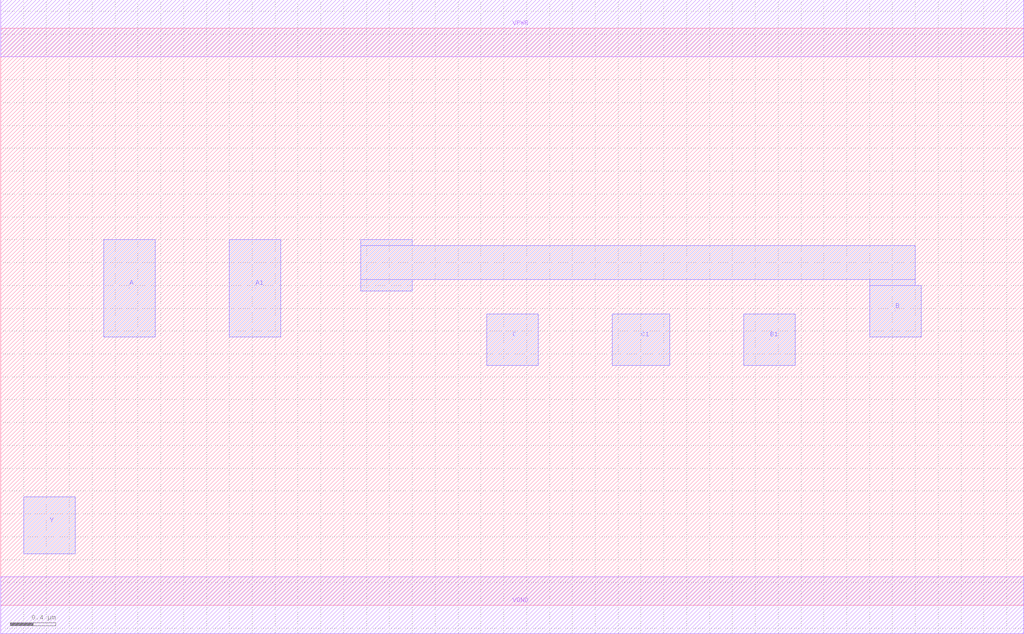
<source format=lef>
VERSION 5.7 ;
  NOWIREEXTENSIONATPIN ON ;
  DIVIDERCHAR "/" ;
  BUSBITCHARS "[]" ;
MACRO AAAOI222
  CLASS CORE ;
  FOREIGN AAAOI222 ;
  ORIGIN 0.000 0.000 ;
  SIZE 8.950 BY 5.050 ;
  SYMMETRY X Y R90 ;
  SITE unit ;
  PIN VPWR
    DIRECTION INOUT ;
    USE POWER ;
    SHAPE ABUTMENT ;
    PORT
      LAYER Metal1 ;
        RECT 0.000 4.800 8.950 5.300 ;
    END
  END VPWR
  PIN VGND
    DIRECTION INOUT ;
    USE GROUND ;
    SHAPE ABUTMENT ;
    PORT
      LAYER Metal1 ;
        RECT 0.000 -0.250 8.950 0.250 ;
    END
  END VGND
  PIN Y
    DIRECTION INOUT ;
    USE SIGNAL ;
    SHAPE ABUTMENT ;
    PORT
      LAYER Metal2 ;
        RECT 0.200 0.450 0.650 0.950 ;
    END
  END Y
  PIN A1
    DIRECTION INOUT ;
    USE SIGNAL ;
    SHAPE ABUTMENT ;
    PORT
      LAYER Metal2 ;
        RECT 2.000 2.350 2.450 3.200 ;
    END
  END A1
  PIN C1
    DIRECTION INOUT ;
    USE SIGNAL ;
    SHAPE ABUTMENT ;
    PORT
      LAYER Metal2 ;
        RECT 5.350 2.100 5.850 2.550 ;
    END
  END C1
  PIN B
    DIRECTION INOUT ;
    USE SIGNAL ;
    SHAPE ABUTMENT ;
    PORT
      LAYER Metal2 ;
        RECT 3.150 3.150 3.600 3.200 ;
        RECT 3.150 2.850 8.000 3.150 ;
        RECT 3.150 2.750 3.600 2.850 ;
        RECT 7.600 2.800 8.000 2.850 ;
        RECT 7.600 2.350 8.050 2.800 ;
    END
  END B
  PIN C
    DIRECTION INOUT ;
    USE SIGNAL ;
    SHAPE ABUTMENT ;
    PORT
      LAYER Metal2 ;
        RECT 4.250 2.100 4.700 2.550 ;
    END
  END C
  PIN B1
    DIRECTION INOUT ;
    USE SIGNAL ;
    SHAPE ABUTMENT ;
    PORT
      LAYER Metal2 ;
        RECT 6.500 2.100 6.950 2.550 ;
    END
  END B1
  PIN A
    DIRECTION INOUT ;
    USE SIGNAL ;
    SHAPE ABUTMENT ;
    PORT
      LAYER Metal2 ;
        RECT 0.900 2.350 1.350 3.200 ;
    END
  END A
END AAAOI222
END LIBRARY


</source>
